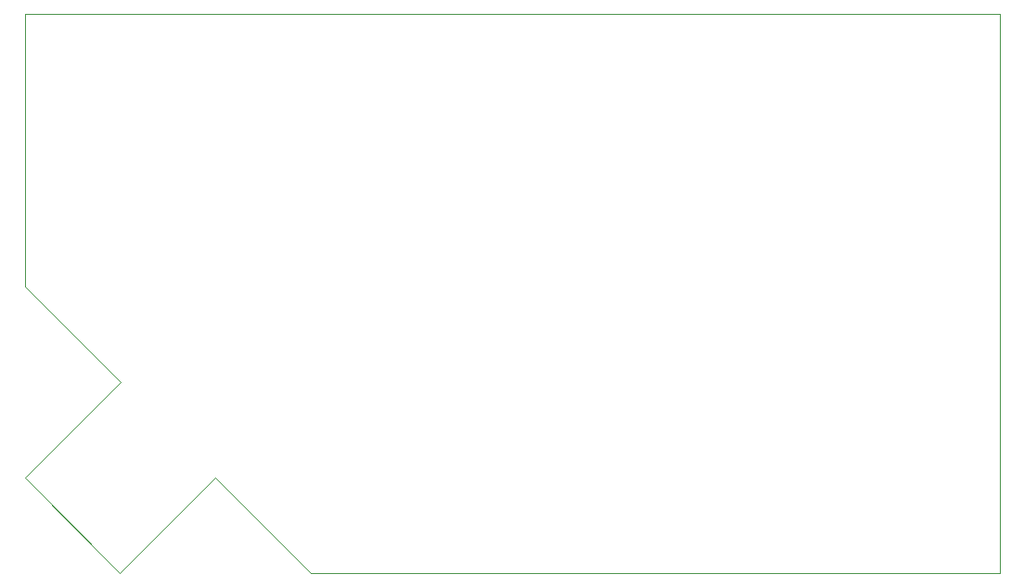
<source format=gbr>
G04 #@! TF.GenerationSoftware,KiCad,Pcbnew,(5.1.5-0-10_14)*
G04 #@! TF.CreationDate,2020-05-23T19:03:48-06:00*
G04 #@! TF.ProjectId,business_card_v1,62757369-6e65-4737-935f-636172645f76,rev?*
G04 #@! TF.SameCoordinates,Original*
G04 #@! TF.FileFunction,Profile,NP*
%FSLAX46Y46*%
G04 Gerber Fmt 4.6, Leading zero omitted, Abs format (unit mm)*
G04 Created by KiCad (PCBNEW (5.1.5-0-10_14)) date 2020-05-23 19:03:48*
%MOMM*%
%LPD*%
G04 APERTURE LIST*
%ADD10C,0.050000*%
G04 APERTURE END LIST*
D10*
X104001100Y-79503600D02*
X104001100Y-104411360D01*
X104001100Y-104411360D02*
X112774953Y-113108772D01*
X112774953Y-113108772D02*
X104001100Y-121806188D01*
X104001100Y-121806188D02*
X112698512Y-130503600D01*
X112698512Y-130503600D02*
X121395928Y-121806188D01*
X121395928Y-121806188D02*
X130093340Y-130503600D01*
X130093340Y-130503600D02*
X193001100Y-130503600D01*
X193001100Y-130503600D02*
X193001100Y-79503600D01*
X193001100Y-79503600D02*
X104001100Y-79503600D01*
M02*

</source>
